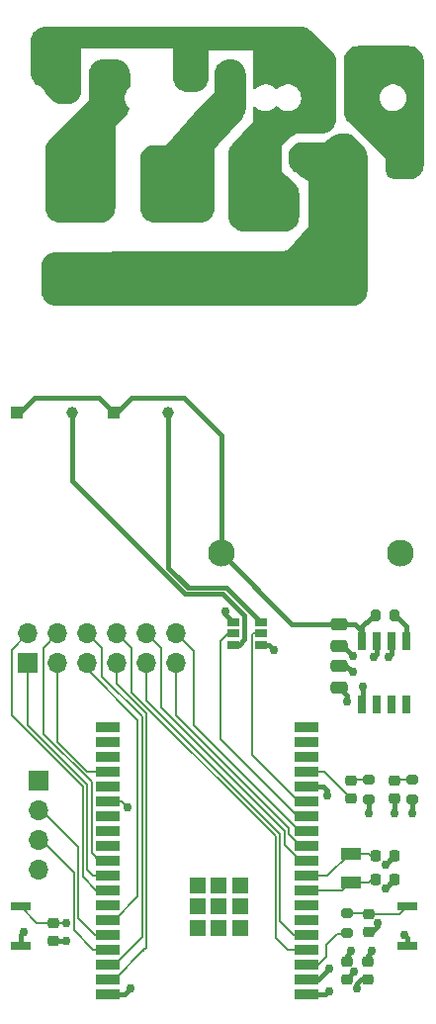
<source format=gbr>
%TF.GenerationSoftware,KiCad,Pcbnew,(5.99.0-10457-g21fde9b629)*%
%TF.CreationDate,2021-05-02T13:24:44-05:00*%
%TF.ProjectId,reptile-monitor,72657074-696c-4652-9d6d-6f6e69746f72,1*%
%TF.SameCoordinates,Original*%
%TF.FileFunction,Copper,L1,Top*%
%TF.FilePolarity,Positive*%
%FSLAX46Y46*%
G04 Gerber Fmt 4.6, Leading zero omitted, Abs format (unit mm)*
G04 Created by KiCad (PCBNEW (5.99.0-10457-g21fde9b629)) date 2021-05-02 13:24:44*
%MOMM*%
%LPD*%
G01*
G04 APERTURE LIST*
G04 Aperture macros list*
%AMRoundRect*
0 Rectangle with rounded corners*
0 $1 Rounding radius*
0 $2 $3 $4 $5 $6 $7 $8 $9 X,Y pos of 4 corners*
0 Add a 4 corners polygon primitive as box body*
4,1,4,$2,$3,$4,$5,$6,$7,$8,$9,$2,$3,0*
0 Add four circle primitives for the rounded corners*
1,1,$1+$1,$2,$3*
1,1,$1+$1,$4,$5*
1,1,$1+$1,$6,$7*
1,1,$1+$1,$8,$9*
0 Add four rect primitives between the rounded corners*
20,1,$1+$1,$2,$3,$4,$5,0*
20,1,$1+$1,$4,$5,$6,$7,0*
20,1,$1+$1,$6,$7,$8,$9,0*
20,1,$1+$1,$8,$9,$2,$3,0*%
G04 Aperture macros list end*
%TA.AperFunction,SMDPad,CuDef*%
%ADD10RoundRect,0.218750X0.256250X-0.218750X0.256250X0.218750X-0.256250X0.218750X-0.256250X-0.218750X0*%
%TD*%
%TA.AperFunction,SMDPad,CuDef*%
%ADD11R,2.000000X0.900000*%
%TD*%
%TA.AperFunction,SMDPad,CuDef*%
%ADD12R,1.330000X1.330000*%
%TD*%
%TA.AperFunction,ComponentPad*%
%ADD13R,1.570000X1.570000*%
%TD*%
%TA.AperFunction,ComponentPad*%
%ADD14C,1.570000*%
%TD*%
%TA.AperFunction,SMDPad,CuDef*%
%ADD15RoundRect,0.250000X-0.475000X0.250000X-0.475000X-0.250000X0.475000X-0.250000X0.475000X0.250000X0*%
%TD*%
%TA.AperFunction,ComponentPad*%
%ADD16R,2.000000X2.300000*%
%TD*%
%TA.AperFunction,ComponentPad*%
%ADD17C,2.300000*%
%TD*%
%TA.AperFunction,ComponentPad*%
%ADD18R,1.700000X1.700000*%
%TD*%
%TA.AperFunction,ComponentPad*%
%ADD19O,1.700000X1.700000*%
%TD*%
%TA.AperFunction,SMDPad,CuDef*%
%ADD20RoundRect,0.225000X-0.225000X-0.250000X0.225000X-0.250000X0.225000X0.250000X-0.225000X0.250000X0*%
%TD*%
%TA.AperFunction,SMDPad,CuDef*%
%ADD21RoundRect,0.225000X-0.250000X0.225000X-0.250000X-0.225000X0.250000X-0.225000X0.250000X0.225000X0*%
%TD*%
%TA.AperFunction,SMDPad,CuDef*%
%ADD22R,1.700000X0.800000*%
%TD*%
%TA.AperFunction,SMDPad,CuDef*%
%ADD23RoundRect,0.200000X-0.275000X0.200000X-0.275000X-0.200000X0.275000X-0.200000X0.275000X0.200000X0*%
%TD*%
%TA.AperFunction,SMDPad,CuDef*%
%ADD24RoundRect,0.200000X0.275000X-0.200000X0.275000X0.200000X-0.275000X0.200000X-0.275000X-0.200000X0*%
%TD*%
%TA.AperFunction,SMDPad,CuDef*%
%ADD25RoundRect,0.200000X0.200000X0.275000X-0.200000X0.275000X-0.200000X-0.275000X0.200000X-0.275000X0*%
%TD*%
%TA.AperFunction,ComponentPad*%
%ADD26R,1.000000X1.000000*%
%TD*%
%TA.AperFunction,ComponentPad*%
%ADD27C,2.167346*%
%TD*%
%TA.AperFunction,ComponentPad*%
%ADD28C,1.000000*%
%TD*%
%TA.AperFunction,ComponentPad*%
%ADD29R,1.575000X1.575000*%
%TD*%
%TA.AperFunction,ComponentPad*%
%ADD30C,1.575000*%
%TD*%
%TA.AperFunction,SMDPad,CuDef*%
%ADD31R,1.000000X0.700000*%
%TD*%
%TA.AperFunction,ComponentPad*%
%ADD32C,1.600000*%
%TD*%
%TA.AperFunction,SMDPad,CuDef*%
%ADD33R,1.800000X1.000000*%
%TD*%
%TA.AperFunction,SMDPad,CuDef*%
%ADD34R,0.650000X1.500000*%
%TD*%
%TA.AperFunction,ViaPad*%
%ADD35C,0.762000*%
%TD*%
%TA.AperFunction,Conductor*%
%ADD36C,0.381000*%
%TD*%
%TA.AperFunction,Conductor*%
%ADD37C,0.152400*%
%TD*%
G04 APERTURE END LIST*
D10*
%TO.P,D1,1,K*%
%TO.N,/IO13*%
X162179000Y-101371500D03*
%TO.P,D1,2,A*%
%TO.N,Net-(D1-Pad2)*%
X162179000Y-99796500D03*
%TD*%
%TO.P,D2,1,K*%
%TO.N,GND*%
X165862000Y-101371500D03*
%TO.P,D2,2,A*%
%TO.N,Net-(D2-Pad2)*%
X165862000Y-99796500D03*
%TD*%
D11*
%TO.P,IC1,1,GND_1*%
%TO.N,GND*%
X158363988Y-118115000D03*
%TO.P,IC1,2,3V3*%
%TO.N,+3V3*%
X158363988Y-116845000D03*
%TO.P,IC1,3,EN*%
%TO.N,/EN*%
X158363988Y-115575000D03*
%TO.P,IC1,4,SENSOR_VP*%
%TO.N,/IO36*%
X158363988Y-114305000D03*
%TO.P,IC1,5,SENSOR_VN*%
%TO.N,/IO39*%
X158363988Y-113035000D03*
%TO.P,IC1,6,IO34*%
%TO.N,unconnected-(IC1-Pad6)*%
X158363988Y-111765000D03*
%TO.P,IC1,7,IO35*%
%TO.N,unconnected-(IC1-Pad7)*%
X158363988Y-110495000D03*
%TO.P,IC1,8,IO32*%
%TO.N,Net-(CL1-Pad1)*%
X158363988Y-109225000D03*
%TO.P,IC1,9,IO33*%
%TO.N,Net-(CL2-Pad1)*%
X158363988Y-107955000D03*
%TO.P,IC1,10,IO25*%
%TO.N,/IO25*%
X158363988Y-106685000D03*
%TO.P,IC1,11,IO26*%
%TO.N,/IO26*%
X158363988Y-105415000D03*
%TO.P,IC1,12,IO27*%
%TO.N,/IO27*%
X158363988Y-104145000D03*
%TO.P,IC1,13,IO14*%
%TO.N,/IO14*%
X158363988Y-102875000D03*
%TO.P,IC1,14,IO12*%
%TO.N,/IO12*%
X158363988Y-101605000D03*
%TO.P,IC1,15,GND_2*%
%TO.N,GND*%
X158363988Y-100335000D03*
%TO.P,IC1,16,IO13*%
%TO.N,/IO13*%
X158363988Y-99065000D03*
%TO.P,IC1,17,NC_1*%
%TO.N,unconnected-(IC1-Pad17)*%
X158363988Y-97795000D03*
%TO.P,IC1,18,NC_2*%
%TO.N,unconnected-(IC1-Pad18)*%
X158363988Y-96525000D03*
%TO.P,IC1,19,NC_3*%
%TO.N,unconnected-(IC1-Pad19)*%
X158363988Y-95255000D03*
%TO.P,IC1,20,NC_4*%
%TO.N,unconnected-(IC1-Pad20)*%
X141363988Y-95255000D03*
%TO.P,IC1,21,NC_5*%
%TO.N,unconnected-(IC1-Pad21)*%
X141363988Y-96525000D03*
%TO.P,IC1,22,NC_6*%
%TO.N,unconnected-(IC1-Pad22)*%
X141363988Y-97795000D03*
%TO.P,IC1,23,IO15*%
%TO.N,/IO15*%
X141363988Y-99065000D03*
%TO.P,IC1,24,IO2*%
%TO.N,/IO2*%
X141363988Y-100335000D03*
%TO.P,IC1,25,IO0*%
%TO.N,/IO0*%
X141363988Y-101605000D03*
%TO.P,IC1,26,IO4*%
%TO.N,unconnected-(IC1-Pad26)*%
X141363988Y-102875000D03*
%TO.P,IC1,27,IO16*%
%TO.N,unconnected-(IC1-Pad27)*%
X141363988Y-104145000D03*
%TO.P,IC1,28,IO17*%
%TO.N,unconnected-(IC1-Pad28)*%
X141363988Y-105415000D03*
%TO.P,IC1,29,IO5*%
%TO.N,/IO5*%
X141363988Y-106685000D03*
%TO.P,IC1,30,IO18*%
%TO.N,/IO18*%
X141363988Y-107955000D03*
%TO.P,IC1,31,IO19*%
%TO.N,/IO19*%
X141363988Y-109225000D03*
%TO.P,IC1,32,NC_7*%
%TO.N,unconnected-(IC1-Pad32)*%
X141363988Y-110495000D03*
%TO.P,IC1,33,IO21*%
%TO.N,/IO21*%
X141363988Y-111765000D03*
%TO.P,IC1,34,RXD0*%
%TO.N,/RXD0*%
X141363988Y-113035000D03*
%TO.P,IC1,35,TXD0*%
%TO.N,/TXD0*%
X141363988Y-114305000D03*
%TO.P,IC1,36,IO22*%
%TO.N,/IO22*%
X141363988Y-115575000D03*
%TO.P,IC1,37,IO23*%
%TO.N,/IO23*%
X141363988Y-116845000D03*
%TO.P,IC1,38,GND_3*%
%TO.N,GND*%
X141363988Y-118115000D03*
D12*
%TO.P,IC1,39,GND_4*%
X150863988Y-110615000D03*
%TO.P,IC1,40,GND_5*%
X152698988Y-112450000D03*
%TO.P,IC1,41,GND_6*%
X152698988Y-110615000D03*
%TO.P,IC1,42,GND_7*%
X152698988Y-108780000D03*
%TO.P,IC1,43,GND_8*%
X150863988Y-108780000D03*
%TO.P,IC1,44,GND_9*%
X149028988Y-108780000D03*
%TO.P,IC1,45,GND_10*%
X149028988Y-110615000D03*
%TO.P,IC1,46,GND_11*%
X149028988Y-112450000D03*
%TO.P,IC1,47,GND_12*%
X150863988Y-112450000D03*
%TD*%
D13*
%TO.P,J7,1,1*%
%TO.N,/LOAD1*%
X151868000Y-39430999D03*
D14*
%TO.P,J7,2,2*%
%TO.N,/AC_N*%
X148868000Y-39430999D03*
%TD*%
D15*
%TO.P,C1,1*%
%TO.N,+5V*%
X161163000Y-86426000D03*
%TO.P,C1,2*%
%TO.N,GND*%
X161163000Y-88326000D03*
%TD*%
D16*
%TO.P,PS1,1,AC/L*%
%TO.N,/FUSED_AC_L*%
X161250000Y-50969500D03*
D17*
%TO.P,PS1,2,AC/N*%
%TO.N,/AC_N*%
X156250000Y-50969500D03*
%TO.P,PS1,3,-Vout*%
%TO.N,GND*%
X166450000Y-80369500D03*
%TO.P,PS1,4,+Vout*%
%TO.N,+5V*%
X151050000Y-80369500D03*
%TD*%
D18*
%TO.P,J1,1,Pin_1*%
%TO.N,+3V3*%
X135382000Y-99832000D03*
D19*
%TO.P,J1,2,Pin_2*%
%TO.N,/RXD0*%
X135382000Y-102372000D03*
%TO.P,J1,3,Pin_3*%
%TO.N,/TXD0*%
X135382000Y-104912000D03*
%TO.P,J1,4,Pin_4*%
%TO.N,GND*%
X135382000Y-107452000D03*
%TD*%
D20*
%TO.P,CL1,1*%
%TO.N,Net-(CL1-Pad1)*%
X164325000Y-108331000D03*
%TO.P,CL1,2*%
%TO.N,GND*%
X165875000Y-108331000D03*
%TD*%
D21*
%TO.P,C8,1*%
%TO.N,+3V3*%
X161798000Y-115303000D03*
%TO.P,C8,2*%
%TO.N,GND*%
X161798000Y-116853000D03*
%TD*%
D22*
%TO.P,SW2,1,1*%
%TO.N,/IO0*%
X133858000Y-110568000D03*
%TO.P,SW2,2,2*%
%TO.N,GND*%
X133858000Y-113968000D03*
%TD*%
D21*
%TO.P,C10,1*%
%TO.N,/IO0*%
X136652000Y-112001000D03*
%TO.P,C10,2*%
%TO.N,GND*%
X136652000Y-113551000D03*
%TD*%
D23*
%TO.P,R8,1*%
%TO.N,Net-(D1-Pad2)*%
X163703000Y-99759000D03*
%TO.P,R8,2*%
%TO.N,GND*%
X163703000Y-101409000D03*
%TD*%
D22*
%TO.P,SW1,1,1*%
%TO.N,Net-(C9-Pad1)*%
X167005000Y-110568000D03*
%TO.P,SW1,2,2*%
%TO.N,GND*%
X167005000Y-113968000D03*
%TD*%
D24*
%TO.P,R1,1*%
%TO.N,/EN*%
X161798000Y-112839000D03*
%TO.P,R1,2*%
%TO.N,Net-(C9-Pad1)*%
X161798000Y-111189000D03*
%TD*%
D25*
%TO.P,R12,1*%
%TO.N,/PWR_EN*%
X165925000Y-85725000D03*
%TO.P,R12,2*%
%TO.N,+5V*%
X164275000Y-85725000D03*
%TD*%
D26*
%TO.P,K1,1,1*%
%TO.N,+5V*%
X141845000Y-68304999D03*
D27*
%TO.P,K1,2,NO*%
%TO.N,/LOAD1*%
X146545001Y-49804998D03*
%TO.P,K1,3,COM*%
%TO.N,/FUSED_AC_L*%
X146545001Y-56804999D03*
D28*
%TO.P,K1,4,4*%
%TO.N,/RLY1*%
X146545001Y-68304999D03*
%TD*%
D15*
%TO.P,C2,1*%
%TO.N,GND*%
X161163000Y-89982000D03*
%TO.P,C2,2*%
%TO.N,+3V3*%
X161163000Y-91882000D03*
%TD*%
D29*
%TO.P,F1,1*%
%TO.N,/AC_L*%
X167005000Y-45847000D03*
D30*
%TO.P,F1,2*%
%TO.N,/FUSED_AC_L*%
X161925000Y-45847000D03*
%TD*%
D21*
%TO.P,C7,1*%
%TO.N,+3V3*%
X163576000Y-115303000D03*
%TO.P,C7,2*%
%TO.N,GND*%
X163576000Y-116853000D03*
%TD*%
D31*
%TO.P,U1,1,1_Source*%
%TO.N,GND*%
X152070509Y-86299000D03*
%TO.P,U1,2,1_Gate*%
%TO.N,/IO14*%
X152070509Y-87249000D03*
%TO.P,U1,3,2_Drain*%
%TO.N,/RLY2*%
X152070509Y-88199000D03*
%TO.P,U1,4,2_Source*%
%TO.N,GND*%
X154470509Y-88199000D03*
%TO.P,U1,5,2_Gate*%
%TO.N,/IO12*%
X154470509Y-87249000D03*
%TO.P,U1,6,1_Drain*%
%TO.N,/RLY1*%
X154470509Y-86299000D03*
%TD*%
D32*
%TO.P,RV1,1*%
%TO.N,/AC_N*%
X153456000Y-45451000D03*
%TO.P,RV1,2*%
%TO.N,/FUSED_AC_L*%
X158456000Y-46751000D03*
%TD*%
D21*
%TO.P,C9,1*%
%TO.N,Net-(C9-Pad1)*%
X163703000Y-111239000D03*
%TO.P,C9,2*%
%TO.N,GND*%
X163703000Y-112789000D03*
%TD*%
D18*
%TO.P,J3,1,Pin_1*%
%TO.N,/IO18*%
X134493000Y-89789000D03*
D19*
%TO.P,J3,2,Pin_2*%
%TO.N,/IO19*%
X134493000Y-87249000D03*
%TO.P,J3,3,Pin_3*%
%TO.N,/IO15*%
X137033000Y-89789000D03*
%TO.P,J3,4,Pin_4*%
%TO.N,/IO5*%
X137033000Y-87249000D03*
%TO.P,J3,5,Pin_5*%
%TO.N,/IO21*%
X139573000Y-89789000D03*
%TO.P,J3,6,Pin_6*%
%TO.N,/IO22*%
X139573000Y-87249000D03*
%TO.P,J3,7,Pin_7*%
%TO.N,/IO23*%
X142113000Y-89789000D03*
%TO.P,J3,8,Pin_8*%
%TO.N,/IO36*%
X142113000Y-87249000D03*
%TO.P,J3,9,Pin_9*%
%TO.N,/IO39*%
X144653000Y-89789000D03*
%TO.P,J3,10,Pin_10*%
%TO.N,/IO25*%
X144653000Y-87249000D03*
%TO.P,J3,11,Pin_11*%
%TO.N,/IO26*%
X147193000Y-89789000D03*
%TO.P,J3,12,Pin_12*%
%TO.N,/IO27*%
X147193000Y-87249000D03*
%TD*%
D33*
%TO.P,Y1,1,1*%
%TO.N,Net-(CL2-Pad1)*%
X162179000Y-106065000D03*
%TO.P,Y1,2,2*%
%TO.N,Net-(CL1-Pad1)*%
X162179000Y-108565000D03*
%TD*%
D26*
%TO.P,K2,1,1*%
%TO.N,+5V*%
X133570000Y-68304999D03*
D27*
%TO.P,K2,2,NO*%
%TO.N,/LOAD2*%
X138270001Y-49804998D03*
%TO.P,K2,3,COM*%
%TO.N,/FUSED_AC_L*%
X138270001Y-56804999D03*
D28*
%TO.P,K2,4,4*%
%TO.N,/RLY2*%
X138270001Y-68304999D03*
%TD*%
D13*
%TO.P,J8,1,1*%
%TO.N,/LOAD2*%
X140946000Y-39430999D03*
D14*
%TO.P,J8,2,2*%
%TO.N,/AC_N*%
X137946000Y-39430999D03*
%TD*%
D20*
%TO.P,CL2,1*%
%TO.N,Net-(CL2-Pad1)*%
X164325000Y-106299000D03*
%TO.P,CL2,2*%
%TO.N,GND*%
X165875000Y-106299000D03*
%TD*%
D13*
%TO.P,J2,1,1*%
%TO.N,/AC_L*%
X162766000Y-39430999D03*
D14*
%TO.P,J2,2,2*%
%TO.N,/AC_N*%
X159766000Y-39430999D03*
%TD*%
D34*
%TO.P,U3,1,VOUT*%
%TO.N,+3V3*%
X163119994Y-93315008D03*
%TO.P,U3,2,NC_1*%
%TO.N,unconnected-(U3-Pad2)*%
X164389994Y-93315008D03*
%TO.P,U3,3,NC_2*%
%TO.N,unconnected-(U3-Pad3)*%
X165659994Y-93315008D03*
%TO.P,U3,4,NC_3*%
%TO.N,unconnected-(U3-Pad4)*%
X166929994Y-93315008D03*
%TO.P,U3,5,EN*%
%TO.N,/PWR_EN*%
X166929994Y-87915008D03*
%TO.P,U3,6,GND_1*%
%TO.N,GND*%
X165659994Y-87915008D03*
%TO.P,U3,7,GND_2*%
X164389994Y-87915008D03*
%TO.P,U3,8,VIN*%
%TO.N,+5V*%
X163119994Y-87915008D03*
%TD*%
D24*
%TO.P,R13,1*%
%TO.N,+3V3*%
X167386000Y-101409000D03*
%TO.P,R13,2*%
%TO.N,Net-(D2-Pad2)*%
X167386000Y-99759000D03*
%TD*%
D35*
%TO.N,/AC_L*%
X163195000Y-43561000D03*
%TO.N,/AC_N*%
X154813000Y-49530000D03*
%TO.N,/LOAD1*%
X145415000Y-47498000D03*
X149225000Y-51308000D03*
X149225000Y-49530000D03*
X149225000Y-47498000D03*
X147320000Y-47498000D03*
X147320000Y-45593000D03*
X149225000Y-45593000D03*
X149225000Y-43815000D03*
X151130000Y-43815000D03*
X152527000Y-41656000D03*
X151130000Y-41656000D03*
%TO.N,/LOAD2*%
X140970000Y-49530000D03*
X140970000Y-47498000D03*
X139065000Y-47498000D03*
X137160000Y-47498000D03*
X137160000Y-45593000D03*
X139065000Y-45593000D03*
X140970000Y-45593000D03*
X140970000Y-41529000D03*
X140970000Y-43561000D03*
X139065000Y-43561000D03*
%TO.N,/AC_N*%
X136144000Y-40005000D03*
X136144000Y-38227000D03*
X138049000Y-36576000D03*
X139954000Y-36576000D03*
X141859000Y-36576000D03*
X143764000Y-36576000D03*
X145542000Y-36576000D03*
X148209000Y-37846000D03*
X147320000Y-36576000D03*
X149225000Y-36576000D03*
X151003000Y-36576000D03*
X152908000Y-36576000D03*
X154813000Y-37211000D03*
X154813000Y-38989000D03*
X158750000Y-37211000D03*
X153035000Y-51308000D03*
X154813000Y-47521000D03*
X154813000Y-43561000D03*
X156845000Y-43561000D03*
X158750000Y-43561000D03*
X158727000Y-41760000D03*
X156845000Y-38989000D03*
X156845000Y-37211000D03*
X153035000Y-49530000D03*
X153035000Y-47498000D03*
X136144000Y-36576000D03*
%TO.N,/AC_L*%
X164973000Y-45466000D03*
X164846000Y-38862000D03*
X166751000Y-38862000D03*
X166728000Y-43538000D03*
X164950000Y-43538000D03*
X163172000Y-41760000D03*
%TO.N,/FUSED_AC_L*%
X161394000Y-56873000D03*
X161394000Y-55095000D03*
X161394000Y-53317000D03*
X160505000Y-47983000D03*
X159616000Y-57762000D03*
X159616000Y-55984000D03*
X159616000Y-54206000D03*
X157838000Y-57762000D03*
X157838000Y-55984000D03*
X156060000Y-57762000D03*
X156060000Y-55984000D03*
X154282000Y-57762000D03*
X154282000Y-55984000D03*
X152504000Y-57762000D03*
X152504000Y-55984000D03*
X150726000Y-57762000D03*
X150726000Y-55984000D03*
X148948000Y-57762000D03*
X148948000Y-55984000D03*
X144503000Y-57762000D03*
X144503000Y-55984000D03*
X142725000Y-57762000D03*
X142725000Y-55984000D03*
X140947000Y-57762000D03*
X140947000Y-55984000D03*
%TO.N,GND*%
X152654000Y-110617000D03*
X143256000Y-117602000D03*
X155575000Y-88646000D03*
X152654000Y-108839000D03*
X150876000Y-108839000D03*
X165129401Y-107001227D03*
X163703000Y-102616000D03*
X164084000Y-89281000D03*
X162687000Y-117602000D03*
X162306000Y-89154000D03*
X149098000Y-112522000D03*
X151384000Y-85344000D03*
X152654000Y-112522000D03*
X162306000Y-90551000D03*
X160147000Y-101092000D03*
X149098000Y-110617000D03*
X137795000Y-113538000D03*
X134150000Y-112776000D03*
X162463944Y-116131745D03*
X150876000Y-110617000D03*
X164465000Y-112015569D03*
X165862000Y-102616000D03*
X165354000Y-89281000D03*
X166751000Y-113030000D03*
X150876000Y-112522000D03*
X160274000Y-117856000D03*
X165098973Y-109072724D03*
X149098000Y-108839000D03*
%TO.N,+3V3*%
X161798000Y-93091000D03*
X162179000Y-114427000D03*
X160274000Y-115951000D03*
X163957000Y-114427000D03*
X167386000Y-102616000D03*
X163195000Y-91821000D03*
%TO.N,/IO0*%
X143002000Y-102108000D03*
X137795000Y-112014000D03*
%TD*%
D36*
%TO.N,GND*%
X164465000Y-112281000D02*
X163957000Y-112789000D01*
X142762000Y-118096000D02*
X141246000Y-118096000D01*
X161163000Y-88326000D02*
X161478000Y-88326000D01*
X143256000Y-117602000D02*
X142762000Y-118096000D01*
X165129401Y-107001227D02*
X165831628Y-106299000D01*
X133858000Y-113068000D02*
X133858000Y-113968000D01*
X160015000Y-118115000D02*
X158363988Y-118115000D01*
X159114608Y-100335000D02*
X158363988Y-100335000D01*
X154470500Y-88199000D02*
X155128000Y-88199000D01*
X162687000Y-117602000D02*
X162687000Y-117221000D01*
X159766000Y-100330000D02*
X159761000Y-100335000D01*
X162463944Y-116131745D02*
X162463944Y-116187056D01*
X165831628Y-106299000D02*
X166050000Y-106299000D01*
X165354000Y-89281000D02*
X165660000Y-88975000D01*
X161163000Y-89982000D02*
X161737000Y-89982000D01*
X164390000Y-88975000D02*
X164390000Y-87915000D01*
X136665000Y-113538000D02*
X136652000Y-113551000D01*
X165862000Y-101371500D02*
X165862000Y-102616000D01*
X161478000Y-88326000D02*
X162306000Y-89154000D01*
X160147000Y-100711000D02*
X159766000Y-100330000D01*
X162687000Y-117221000D02*
X163055000Y-116853000D01*
X151384000Y-85612500D02*
X152070500Y-86299000D01*
X151384000Y-85344000D02*
X151384000Y-85612500D01*
X165840697Y-108331000D02*
X166050000Y-108331000D01*
X134150000Y-112776000D02*
X133858000Y-113068000D01*
X165660000Y-88975000D02*
X165660000Y-87915000D01*
X155128000Y-88199000D02*
X155575000Y-88646000D01*
X164084000Y-89281000D02*
X164390000Y-88975000D01*
X163703000Y-101409000D02*
X163703000Y-102616000D01*
X160274000Y-117856000D02*
X160015000Y-118115000D01*
X159761000Y-100335000D02*
X158363988Y-100335000D01*
X160147000Y-101092000D02*
X160147000Y-100711000D01*
X164465000Y-112015569D02*
X164465000Y-112281000D01*
X161737000Y-89982000D02*
X162306000Y-90551000D01*
X166751000Y-113030000D02*
X167005000Y-113284000D01*
X162463944Y-116187056D02*
X161798000Y-116853000D01*
X167005000Y-113284000D02*
X167005000Y-113968000D01*
X165098973Y-109072724D02*
X165840697Y-108331000D01*
X137795000Y-113538000D02*
X136665000Y-113538000D01*
D37*
%TO.N,/EN*%
X161798000Y-112926500D02*
X161012500Y-112926500D01*
X160020000Y-113919000D02*
X160020000Y-114935000D01*
X161012500Y-112926500D02*
X160020000Y-113919000D01*
X160020000Y-114935000D02*
X159380000Y-115575000D01*
X159380000Y-115575000D02*
X158363988Y-115575000D01*
%TO.N,Net-(CL1-Pad1)*%
X162052000Y-108585000D02*
X163730000Y-108585000D01*
X161412000Y-109225000D02*
X162052000Y-108585000D01*
X158363988Y-109225000D02*
X161412000Y-109225000D01*
X163730000Y-108585000D02*
X164071000Y-108244000D01*
X162393000Y-108244000D02*
X162052000Y-108585000D01*
D36*
%TO.N,+3V3*%
X163576000Y-114808000D02*
X163576000Y-115303000D01*
X162179000Y-114427000D02*
X161798000Y-114808000D01*
X160274000Y-115951000D02*
X159380000Y-116845000D01*
X161798000Y-114808000D02*
X161798000Y-115303000D01*
X161798000Y-92517000D02*
X161163000Y-91882000D01*
X167386000Y-101409000D02*
X167386000Y-102616000D01*
X161798000Y-93091000D02*
X161798000Y-92517000D01*
X159380000Y-116845000D02*
X158363988Y-116845000D01*
X163195000Y-91821000D02*
X163195000Y-93240002D01*
X163957000Y-114427000D02*
X163576000Y-114808000D01*
X163195000Y-93240002D02*
X163119994Y-93315008D01*
D37*
%TO.N,/IO0*%
X143002000Y-102108000D02*
X142499000Y-101605000D01*
X136652000Y-112001000D02*
X135291000Y-112001000D01*
X137795000Y-112014000D02*
X136665000Y-112014000D01*
X142499000Y-101605000D02*
X141364000Y-101605000D01*
X135291000Y-112001000D02*
X133858000Y-110568000D01*
X136665000Y-112014000D02*
X136652000Y-112001000D01*
D36*
%TO.N,+5V*%
X151050000Y-70278000D02*
X147828000Y-67056000D01*
X163119994Y-87915008D02*
X163119994Y-87070006D01*
X141845000Y-68312000D02*
X140589000Y-67056000D01*
X163119994Y-86623006D02*
X163830000Y-85913000D01*
X163119994Y-87070006D02*
X163119994Y-86623006D01*
X162475988Y-86426000D02*
X163119994Y-87070006D01*
X143347999Y-67056000D02*
X141845000Y-68558999D01*
X157106500Y-86426000D02*
X151050000Y-80369500D01*
X141845000Y-68558999D02*
X141845000Y-68312000D01*
X161163000Y-86426000D02*
X157106500Y-86426000D01*
X161163000Y-86426000D02*
X162475988Y-86426000D01*
X147828000Y-67056000D02*
X143347999Y-67056000D01*
X140589000Y-67056000D02*
X135072999Y-67056000D01*
X135072999Y-67056000D02*
X133570000Y-68558999D01*
X151050000Y-80369500D02*
X151050000Y-70278000D01*
D37*
%TO.N,Net-(D1-Pad2)*%
X162216500Y-99759000D02*
X162179000Y-99796500D01*
X163703000Y-99759000D02*
X162216500Y-99759000D01*
%TO.N,/TXD0*%
X141364000Y-114305000D02*
X140086000Y-114305000D01*
X140086000Y-114305000D02*
X138430000Y-112649000D01*
X138430000Y-112649000D02*
X138430000Y-107696000D01*
X138430000Y-107696000D02*
X135382000Y-104648000D01*
%TO.N,/RXD0*%
X140213000Y-113035000D02*
X138811000Y-111633000D01*
X138811000Y-111633000D02*
X138811000Y-105537000D01*
X138811000Y-105537000D02*
X135382000Y-102108000D01*
X141364000Y-113035000D02*
X140213000Y-113035000D01*
%TO.N,/IO12*%
X154470500Y-87249000D02*
X153797000Y-87249000D01*
X157693495Y-101605000D02*
X158364000Y-101605000D01*
X153670000Y-97581505D02*
X157693495Y-101605000D01*
X153670000Y-87376000D02*
X153670000Y-97581505D01*
X153797000Y-87249000D02*
X153670000Y-87376000D01*
%TO.N,Net-(CL2-Pad1)*%
X160182000Y-107955000D02*
X162052000Y-106085000D01*
X162052000Y-106085000D02*
X163690000Y-106085000D01*
X163690000Y-106085000D02*
X164071000Y-106466000D01*
X158363988Y-107955000D02*
X160182000Y-107955000D01*
%TO.N,/IO13*%
X159872500Y-99065000D02*
X162179000Y-101371500D01*
X158363988Y-99065000D02*
X159872500Y-99065000D01*
%TO.N,/IO39*%
X157231000Y-113035000D02*
X158364000Y-113035000D01*
X156083000Y-104394000D02*
X156083000Y-111887000D01*
X144653000Y-92964000D02*
X156083000Y-104394000D01*
X144653000Y-89789000D02*
X144653000Y-92964000D01*
X156083000Y-111887000D02*
X157231000Y-113035000D01*
%TO.N,/IO14*%
X151003000Y-96266000D02*
X151003000Y-87884000D01*
X157612000Y-102875000D02*
X151003000Y-96266000D01*
X158363988Y-102875000D02*
X157612000Y-102875000D01*
X151638000Y-87249000D02*
X152070500Y-87249000D01*
X151003000Y-87884000D02*
X151638000Y-87249000D01*
X157814000Y-102875000D02*
X158364000Y-102875000D01*
D36*
%TO.N,/RLY1*%
X146545001Y-81648001D02*
X148209000Y-83312000D01*
X151483500Y-83312000D02*
X154470500Y-86299000D01*
X148209000Y-83312000D02*
X151483500Y-83312000D01*
X146545001Y-68558999D02*
X146545001Y-81648001D01*
X146545001Y-81648001D02*
X148082000Y-83185000D01*
%TO.N,/RLY2*%
X147955000Y-83820000D02*
X138270001Y-74135001D01*
X151130000Y-83820000D02*
X147955000Y-83820000D01*
X153035000Y-87757000D02*
X153035000Y-85725000D01*
X152070500Y-88199000D02*
X152593000Y-88199000D01*
X138270001Y-74135001D02*
X138270001Y-68558999D01*
X153035000Y-85725000D02*
X151130000Y-83820000D01*
X152593000Y-88199000D02*
X153035000Y-87757000D01*
D37*
%TO.N,Net-(D2-Pad2)*%
X165899500Y-99759000D02*
X165862000Y-99796500D01*
X167386000Y-99759000D02*
X165899500Y-99759000D01*
%TO.N,/IO23*%
X141914000Y-116845000D02*
X141364000Y-116845000D01*
X144653000Y-94107000D02*
X144653000Y-114106000D01*
X142113000Y-89789000D02*
X142113000Y-91440000D01*
X142113000Y-91440000D02*
X142113000Y-91567000D01*
X142113000Y-91567000D02*
X144653000Y-94107000D01*
X144653000Y-114106000D02*
X144422951Y-114336049D01*
X144422951Y-114336049D02*
X144365500Y-114393500D01*
X144422951Y-114336049D02*
X141914000Y-116845000D01*
%TO.N,/IO22*%
X144272000Y-113217000D02*
X141914000Y-115575000D01*
X139573000Y-87249000D02*
X140843000Y-88519000D01*
X141914000Y-115575000D02*
X141364000Y-115575000D01*
X140843000Y-88519000D02*
X140843000Y-90932000D01*
X140843000Y-90932000D02*
X144272000Y-94361000D01*
X144272000Y-94361000D02*
X144272000Y-113217000D01*
%TO.N,/IO21*%
X139573000Y-90297000D02*
X143915911Y-94639911D01*
X143915911Y-109763089D02*
X141914000Y-111765000D01*
X141914000Y-111765000D02*
X141364000Y-111765000D01*
X143915911Y-94639911D02*
X143915911Y-109763089D01*
X139573000Y-89789000D02*
X139573000Y-90297000D01*
%TO.N,Net-(C9-Pad1)*%
X162306000Y-111189008D02*
X163906987Y-111189008D01*
X163907000Y-111189000D02*
X163957000Y-111239000D01*
X163957000Y-111239000D02*
X166334000Y-111239000D01*
X166334000Y-111239000D02*
X167005000Y-110568000D01*
%TO.N,/IO19*%
X139192000Y-108077000D02*
X140340000Y-109225000D01*
X139192000Y-100330000D02*
X139192000Y-108077000D01*
X133096000Y-94234000D02*
X139192000Y-100330000D01*
X134493000Y-87249000D02*
X133096000Y-88646000D01*
X133096000Y-88646000D02*
X133096000Y-94234000D01*
X140340000Y-109225000D02*
X141364000Y-109225000D01*
%TO.N,/IO18*%
X134493000Y-95123000D02*
X139573000Y-100203000D01*
X134493000Y-89789000D02*
X134493000Y-95123000D01*
X140086000Y-107955000D02*
X141364000Y-107955000D01*
X139573000Y-107442000D02*
X140086000Y-107955000D01*
X139573000Y-100203000D02*
X139573000Y-107442000D01*
%TO.N,/IO5*%
X139954000Y-99949000D02*
X135839952Y-95834952D01*
X135839952Y-95834952D02*
X135839952Y-88442048D01*
X139954000Y-106045000D02*
X139954000Y-99949000D01*
X140594000Y-106685000D02*
X139954000Y-106045000D01*
X135839952Y-88442048D02*
X137033000Y-87249000D01*
%TO.N,/IO15*%
X137033000Y-89789000D02*
X137033000Y-96520000D01*
X139578000Y-99065000D02*
X141364000Y-99065000D01*
X137033000Y-96520000D02*
X139578000Y-99065000D01*
%TO.N,/IO27*%
X148717000Y-88773000D02*
X148717000Y-95123000D01*
X148717000Y-95123000D02*
X157739000Y-104145000D01*
X147193000Y-87249000D02*
X148717000Y-88773000D01*
X157739000Y-104145000D02*
X158364000Y-104145000D01*
%TO.N,/IO26*%
X147193000Y-89789000D02*
X147193000Y-94234000D01*
X147193000Y-94234000D02*
X156845000Y-103886000D01*
X156845000Y-104418020D02*
X157841980Y-105415000D01*
X157841980Y-105415000D02*
X158364000Y-105415000D01*
X156845000Y-103886000D02*
X156845000Y-104418020D01*
%TO.N,/IO25*%
X145923000Y-88519000D02*
X145923000Y-93599000D01*
X145923000Y-93599000D02*
X156464000Y-104140000D01*
X144653000Y-87249000D02*
X145923000Y-88519000D01*
X156464000Y-105307020D02*
X157841980Y-106685000D01*
X157841980Y-106685000D02*
X158364000Y-106685000D01*
X156464000Y-104140000D02*
X156464000Y-105307020D01*
%TO.N,/IO36*%
X155702000Y-104584500D02*
X155702000Y-113284000D01*
X143383000Y-92265500D02*
X155702000Y-104584500D01*
X143383000Y-88519000D02*
X143383000Y-92265500D01*
X142113000Y-87249000D02*
X143383000Y-88519000D01*
X156723000Y-114305000D02*
X158364000Y-114305000D01*
X155702000Y-113284000D02*
X156723000Y-114305000D01*
D36*
%TO.N,/PWR_EN*%
X166012500Y-85725000D02*
X166929994Y-86642494D01*
X166929994Y-86642494D02*
X166929994Y-87915008D01*
%TD*%
%TA.AperFunction,Conductor*%
%TO.N,/AC_L*%
G36*
X167137474Y-36957479D02*
G01*
X167185516Y-36961682D01*
X167341555Y-36975334D01*
X167363178Y-36979146D01*
X167513625Y-37019458D01*
X167555718Y-37030737D01*
X167576358Y-37038249D01*
X167757015Y-37122492D01*
X167776026Y-37133468D01*
X167917489Y-37232522D01*
X167939314Y-37247804D01*
X167956138Y-37261922D01*
X168097078Y-37402862D01*
X168111196Y-37419686D01*
X168225532Y-37582974D01*
X168236508Y-37601985D01*
X168310102Y-37759807D01*
X168320751Y-37782643D01*
X168328263Y-37803282D01*
X168379853Y-37995818D01*
X168383667Y-38017448D01*
X168401521Y-38221526D01*
X168402000Y-38232507D01*
X168402000Y-47111493D01*
X168401521Y-47122474D01*
X168383667Y-47326552D01*
X168379853Y-47348182D01*
X168328263Y-47540718D01*
X168320751Y-47561357D01*
X168236508Y-47742015D01*
X168225532Y-47761026D01*
X168149002Y-47870322D01*
X168111196Y-47924314D01*
X168097078Y-47941138D01*
X167956138Y-48082078D01*
X167939314Y-48096196D01*
X167776026Y-48210532D01*
X167757015Y-48221508D01*
X167607116Y-48291408D01*
X167576357Y-48305751D01*
X167555717Y-48313263D01*
X167363178Y-48364854D01*
X167341555Y-48368666D01*
X167185516Y-48382318D01*
X167137474Y-48386521D01*
X167126493Y-48387000D01*
X165996078Y-48387000D01*
X165981972Y-48386208D01*
X165935438Y-48380965D01*
X165805284Y-48366300D01*
X165777777Y-48360021D01*
X165616678Y-48303650D01*
X165591257Y-48291408D01*
X165446737Y-48200600D01*
X165424678Y-48183008D01*
X165303992Y-48062322D01*
X165286400Y-48040263D01*
X165195592Y-47895743D01*
X165183350Y-47870322D01*
X165126979Y-47709223D01*
X165120700Y-47681716D01*
X165100792Y-47505030D01*
X165100000Y-47490922D01*
X165100000Y-46609000D01*
X161920351Y-43429351D01*
X161912056Y-43420200D01*
X161765903Y-43242111D01*
X161752185Y-43221581D01*
X161646524Y-43023904D01*
X161637071Y-43001084D01*
X161572004Y-42786585D01*
X161567186Y-42762359D01*
X161544607Y-42533112D01*
X161544000Y-42520762D01*
X161544000Y-41360935D01*
X164617894Y-41360935D01*
X164631640Y-41570664D01*
X164683376Y-41774376D01*
X164771370Y-41965249D01*
X164892674Y-42136890D01*
X165043226Y-42283551D01*
X165048022Y-42286756D01*
X165048025Y-42286758D01*
X165118454Y-42333817D01*
X165217983Y-42400320D01*
X165223286Y-42402598D01*
X165223289Y-42402600D01*
X165304256Y-42437386D01*
X165411094Y-42483287D01*
X165486692Y-42500393D01*
X165610454Y-42528398D01*
X165610460Y-42528399D01*
X165616091Y-42529673D01*
X165621862Y-42529900D01*
X165621864Y-42529900D01*
X165684342Y-42532355D01*
X165826108Y-42537925D01*
X165944480Y-42520762D01*
X166028398Y-42508595D01*
X166028403Y-42508594D01*
X166034112Y-42507766D01*
X166039576Y-42505911D01*
X166039581Y-42505910D01*
X166227669Y-42442062D01*
X166233137Y-42440206D01*
X166416518Y-42337508D01*
X166578112Y-42203111D01*
X166712509Y-42041517D01*
X166815207Y-41858136D01*
X166882767Y-41659111D01*
X166883595Y-41653402D01*
X166883596Y-41653397D01*
X166912393Y-41454781D01*
X166912926Y-41451107D01*
X166914500Y-41390999D01*
X166895268Y-41181701D01*
X166838217Y-40979413D01*
X166745257Y-40790909D01*
X166619502Y-40622502D01*
X166465163Y-40479833D01*
X166287408Y-40367678D01*
X166092192Y-40289795D01*
X166086532Y-40288669D01*
X166086528Y-40288668D01*
X165891719Y-40249918D01*
X165891714Y-40249918D01*
X165886051Y-40248791D01*
X165880276Y-40248715D01*
X165880272Y-40248715D01*
X165774597Y-40247332D01*
X165675890Y-40246039D01*
X165670193Y-40247018D01*
X165670192Y-40247018D01*
X165474443Y-40280654D01*
X165468746Y-40281633D01*
X165271558Y-40354380D01*
X165266597Y-40357332D01*
X165266596Y-40357332D01*
X165095897Y-40458887D01*
X165095894Y-40458889D01*
X165090929Y-40461843D01*
X165086589Y-40465649D01*
X165086585Y-40465652D01*
X164937249Y-40596617D01*
X164932908Y-40600424D01*
X164802787Y-40765481D01*
X164800098Y-40770592D01*
X164800096Y-40770595D01*
X164746494Y-40872476D01*
X164704924Y-40951487D01*
X164703210Y-40957008D01*
X164703208Y-40957012D01*
X164694525Y-40984977D01*
X164642597Y-41152212D01*
X164617894Y-41360935D01*
X161544000Y-41360935D01*
X161544000Y-38232507D01*
X161544479Y-38221526D01*
X161562333Y-38017448D01*
X161566147Y-37995818D01*
X161617737Y-37803282D01*
X161625249Y-37782643D01*
X161635898Y-37759807D01*
X161709492Y-37601985D01*
X161720468Y-37582974D01*
X161834804Y-37419686D01*
X161848922Y-37402862D01*
X161989862Y-37261922D01*
X162006686Y-37247804D01*
X162028511Y-37232522D01*
X162169974Y-37133468D01*
X162188985Y-37122492D01*
X162369642Y-37038249D01*
X162390282Y-37030737D01*
X162432375Y-37019458D01*
X162582822Y-36979146D01*
X162604445Y-36975334D01*
X162760484Y-36961682D01*
X162808526Y-36957479D01*
X162819507Y-36957000D01*
X167126493Y-36957000D01*
X167137474Y-36957479D01*
G37*
%TD.AperFunction*%
%TD*%
%TA.AperFunction,Conductor*%
%TO.N,/FUSED_AC_L*%
G36*
X161659112Y-44450607D02*
G01*
X161888361Y-44473186D01*
X161912582Y-44478003D01*
X162127088Y-44543072D01*
X162149901Y-44552523D01*
X162347584Y-44658187D01*
X162368111Y-44671903D01*
X162546200Y-44818056D01*
X162555351Y-44826351D01*
X163199649Y-45470649D01*
X163207944Y-45479800D01*
X163354097Y-45657889D01*
X163367813Y-45678416D01*
X163473476Y-45876096D01*
X163482928Y-45898912D01*
X163541879Y-46093250D01*
X163547996Y-46113415D01*
X163552814Y-46137641D01*
X163575393Y-46366888D01*
X163576000Y-46379238D01*
X163576000Y-57906493D01*
X163575521Y-57917474D01*
X163557667Y-58121552D01*
X163553853Y-58143182D01*
X163502263Y-58335718D01*
X163494751Y-58356357D01*
X163410508Y-58537015D01*
X163399532Y-58556026D01*
X163300478Y-58697489D01*
X163285196Y-58719314D01*
X163271078Y-58736138D01*
X163130138Y-58877078D01*
X163113314Y-58891196D01*
X162950026Y-59005532D01*
X162931015Y-59016508D01*
X162773193Y-59090102D01*
X162750357Y-59100751D01*
X162729717Y-59108263D01*
X162537178Y-59159854D01*
X162515555Y-59163666D01*
X162359516Y-59177318D01*
X162311474Y-59181521D01*
X162300493Y-59182000D01*
X136911507Y-59182000D01*
X136900526Y-59181521D01*
X136852484Y-59177318D01*
X136696445Y-59163666D01*
X136674822Y-59159854D01*
X136482283Y-59108263D01*
X136461643Y-59100751D01*
X136438807Y-59090102D01*
X136280985Y-59016508D01*
X136261974Y-59005532D01*
X136098686Y-58891196D01*
X136081862Y-58877078D01*
X135940922Y-58736138D01*
X135926804Y-58719314D01*
X135911522Y-58697489D01*
X135812468Y-58556026D01*
X135801492Y-58537015D01*
X135717249Y-58356357D01*
X135709737Y-58335718D01*
X135658147Y-58143182D01*
X135654333Y-58121552D01*
X135636479Y-57917474D01*
X135636000Y-57906493D01*
X135636000Y-55877850D01*
X135636476Y-55866910D01*
X135654194Y-55663614D01*
X135657979Y-55642065D01*
X135709178Y-55450218D01*
X135716633Y-55429648D01*
X135800252Y-55249540D01*
X135811154Y-55230571D01*
X135924662Y-55067653D01*
X135938680Y-55050855D01*
X136078667Y-54910021D01*
X136095382Y-54895900D01*
X136257620Y-54781409D01*
X136276522Y-54770394D01*
X136277709Y-54769834D01*
X136456126Y-54685690D01*
X136476636Y-54678117D01*
X136668178Y-54625761D01*
X136689704Y-54621846D01*
X136697432Y-54621126D01*
X136892900Y-54602904D01*
X136903805Y-54602363D01*
X146448664Y-54544863D01*
X155363536Y-54491160D01*
X156146331Y-54486444D01*
X156146333Y-54486444D01*
X156718000Y-54483000D01*
X158496000Y-52451000D01*
X158496000Y-48514000D01*
X157948900Y-48135238D01*
X157948897Y-48135236D01*
X157670500Y-47942500D01*
X157397113Y-47753232D01*
X157387462Y-47745838D01*
X157214517Y-47599555D01*
X157197572Y-47582156D01*
X157059730Y-47410183D01*
X157046438Y-47389857D01*
X156944155Y-47194643D01*
X156935009Y-47172145D01*
X156872075Y-46960923D01*
X156867416Y-46937087D01*
X156845587Y-46711642D01*
X156845000Y-46699499D01*
X156845000Y-46297687D01*
X156845607Y-46285337D01*
X156864526Y-46093250D01*
X156869343Y-46069029D01*
X156923572Y-45890260D01*
X156933021Y-45867450D01*
X157021078Y-45702708D01*
X157034801Y-45682171D01*
X157153306Y-45537772D01*
X157170772Y-45520306D01*
X157315171Y-45401801D01*
X157335708Y-45388078D01*
X157500450Y-45300021D01*
X157523260Y-45290572D01*
X157702029Y-45236343D01*
X157726250Y-45231526D01*
X157918337Y-45212607D01*
X157930687Y-45212000D01*
X159893000Y-45212000D01*
X160566286Y-44707036D01*
X160574610Y-44701300D01*
X160734330Y-44600481D01*
X160752265Y-44591084D01*
X160921379Y-44519147D01*
X160940587Y-44512745D01*
X161119037Y-44468827D01*
X161139021Y-44465583D01*
X161327284Y-44450407D01*
X161337408Y-44450000D01*
X161646762Y-44450000D01*
X161659112Y-44450607D01*
G37*
%TD.AperFunction*%
%TD*%
%TA.AperFunction,Conductor*%
%TO.N,/LOAD2*%
G36*
X141991474Y-38100479D02*
G01*
X142039516Y-38104682D01*
X142195555Y-38118334D01*
X142217178Y-38122146D01*
X142367625Y-38162458D01*
X142409718Y-38173737D01*
X142430358Y-38181249D01*
X142611015Y-38265492D01*
X142630026Y-38276468D01*
X142771489Y-38375522D01*
X142793314Y-38390804D01*
X142810138Y-38404922D01*
X142951078Y-38545862D01*
X142965196Y-38562686D01*
X143079532Y-38725974D01*
X143090508Y-38744985D01*
X143164102Y-38902807D01*
X143174751Y-38925643D01*
X143182263Y-38946282D01*
X143233853Y-39138818D01*
X143237667Y-39160448D01*
X143255521Y-39364526D01*
X143256000Y-39375507D01*
X143256000Y-40417845D01*
X143235998Y-40485966D01*
X143213078Y-40512577D01*
X143112908Y-40600424D01*
X142982787Y-40765481D01*
X142980098Y-40770592D01*
X142980096Y-40770595D01*
X142935310Y-40855720D01*
X142884924Y-40951487D01*
X142883210Y-40957008D01*
X142883208Y-40957012D01*
X142831082Y-41124887D01*
X142822597Y-41152212D01*
X142797894Y-41360935D01*
X142811640Y-41570664D01*
X142863376Y-41774376D01*
X142951370Y-41965249D01*
X143072674Y-42136890D01*
X143076808Y-42140917D01*
X143170843Y-42232522D01*
X143205680Y-42294383D01*
X143203495Y-42359352D01*
X143162928Y-42493083D01*
X143153476Y-42515903D01*
X143047815Y-42713581D01*
X143034097Y-42734111D01*
X142887944Y-42912200D01*
X142879649Y-42921351D01*
X141986000Y-43815000D01*
X141986000Y-50794493D01*
X141985521Y-50805474D01*
X141967667Y-51009552D01*
X141963853Y-51031182D01*
X141912263Y-51223718D01*
X141904751Y-51244357D01*
X141820508Y-51425015D01*
X141809532Y-51444026D01*
X141710478Y-51585489D01*
X141695196Y-51607314D01*
X141681078Y-51624138D01*
X141540138Y-51765078D01*
X141523314Y-51779196D01*
X141360026Y-51893532D01*
X141341015Y-51904508D01*
X141183193Y-51978102D01*
X141160357Y-51988751D01*
X141139717Y-51996263D01*
X140947178Y-52047854D01*
X140925555Y-52051666D01*
X140769516Y-52065318D01*
X140721474Y-52069521D01*
X140710493Y-52070000D01*
X137292507Y-52070000D01*
X137281526Y-52069521D01*
X137233484Y-52065318D01*
X137077445Y-52051666D01*
X137055822Y-52047854D01*
X136863283Y-51996263D01*
X136842643Y-51988751D01*
X136819807Y-51978102D01*
X136661985Y-51904508D01*
X136642974Y-51893532D01*
X136479686Y-51779196D01*
X136462862Y-51765078D01*
X136321922Y-51624138D01*
X136307804Y-51607314D01*
X136292522Y-51585489D01*
X136193468Y-51444026D01*
X136182492Y-51425015D01*
X136098249Y-51244357D01*
X136090737Y-51223718D01*
X136039147Y-51031182D01*
X136035333Y-51009552D01*
X136017479Y-50805474D01*
X136017000Y-50794493D01*
X136017000Y-45871238D01*
X136017607Y-45858888D01*
X136040186Y-45629641D01*
X136045004Y-45605415D01*
X136110071Y-45390916D01*
X136119524Y-45368096D01*
X136225185Y-45170419D01*
X136238903Y-45149889D01*
X136385056Y-44971800D01*
X136393351Y-44962649D01*
X139700000Y-41656000D01*
X139700000Y-39375507D01*
X139700479Y-39364526D01*
X139718333Y-39160448D01*
X139722147Y-39138818D01*
X139773737Y-38946282D01*
X139781249Y-38925643D01*
X139791898Y-38902807D01*
X139865492Y-38744985D01*
X139876468Y-38725974D01*
X139990804Y-38562686D01*
X140004922Y-38545862D01*
X140145862Y-38404922D01*
X140162686Y-38390804D01*
X140184511Y-38375522D01*
X140325974Y-38276468D01*
X140344985Y-38265492D01*
X140525642Y-38181249D01*
X140546282Y-38173737D01*
X140588375Y-38162458D01*
X140738822Y-38122146D01*
X140760445Y-38118334D01*
X140916484Y-38104682D01*
X140964526Y-38100479D01*
X140975507Y-38100000D01*
X141980493Y-38100000D01*
X141991474Y-38100479D01*
G37*
%TD.AperFunction*%
%TD*%
%TA.AperFunction,Conductor*%
%TO.N,/AC_N*%
G36*
X157867884Y-35306568D02*
G01*
X158089750Y-35327702D01*
X158113207Y-35332211D01*
X158321343Y-35393170D01*
X158343517Y-35402024D01*
X158500003Y-35482471D01*
X158536386Y-35501175D01*
X158556506Y-35514066D01*
X158731924Y-35651561D01*
X158740977Y-35659379D01*
X160510002Y-37339952D01*
X160517118Y-37347283D01*
X160644098Y-37489193D01*
X160656434Y-37505460D01*
X160756070Y-37661688D01*
X160765615Y-37679730D01*
X160838715Y-37850001D01*
X160845220Y-37869342D01*
X160889863Y-38049191D01*
X160893159Y-38069332D01*
X160908586Y-38259133D01*
X160909000Y-38269341D01*
X160909000Y-43174493D01*
X160908521Y-43185474D01*
X160890667Y-43389552D01*
X160886853Y-43411182D01*
X160835263Y-43603718D01*
X160827751Y-43624357D01*
X160743508Y-43805015D01*
X160732532Y-43824026D01*
X160633478Y-43965489D01*
X160618196Y-43987314D01*
X160604078Y-44004138D01*
X160463138Y-44145078D01*
X160446314Y-44159196D01*
X160283026Y-44273532D01*
X160264015Y-44284508D01*
X160106193Y-44358102D01*
X160083357Y-44368751D01*
X160062717Y-44376263D01*
X159870178Y-44427854D01*
X159848555Y-44431666D01*
X159692516Y-44445318D01*
X159644474Y-44449521D01*
X159633493Y-44450000D01*
X157480000Y-44450000D01*
X157132129Y-44728297D01*
X156686637Y-45084690D01*
X156686634Y-45084692D01*
X156210000Y-45466000D01*
X156210000Y-47752000D01*
X156669084Y-48134570D01*
X157272791Y-48637659D01*
X157280951Y-48645088D01*
X157426807Y-48790056D01*
X157441025Y-48806907D01*
X157556188Y-48970548D01*
X157567251Y-48989620D01*
X157652126Y-49170831D01*
X157659695Y-49191540D01*
X157711680Y-49384764D01*
X157715524Y-49406475D01*
X157733517Y-49611337D01*
X157734000Y-49622361D01*
X157734000Y-51556493D01*
X157733521Y-51567474D01*
X157715667Y-51771552D01*
X157711854Y-51793178D01*
X157671542Y-51943625D01*
X157660263Y-51985718D01*
X157652751Y-52006357D01*
X157568508Y-52187015D01*
X157557532Y-52206026D01*
X157478181Y-52319351D01*
X157443196Y-52369314D01*
X157429078Y-52386138D01*
X157288138Y-52527078D01*
X157271314Y-52541196D01*
X157108026Y-52655532D01*
X157089015Y-52666508D01*
X156953981Y-52729476D01*
X156908357Y-52750751D01*
X156887717Y-52758263D01*
X156695178Y-52809854D01*
X156673555Y-52813666D01*
X156517516Y-52827318D01*
X156469474Y-52831521D01*
X156458493Y-52832000D01*
X153059238Y-52832000D01*
X153046888Y-52831393D01*
X152817639Y-52808814D01*
X152793418Y-52803997D01*
X152578912Y-52738928D01*
X152556099Y-52729477D01*
X152358416Y-52623813D01*
X152337889Y-52610097D01*
X152159800Y-52463944D01*
X152150649Y-52455649D01*
X152014351Y-52319351D01*
X152006056Y-52310200D01*
X151859903Y-52132111D01*
X151846185Y-52111581D01*
X151789942Y-52006357D01*
X151740523Y-51913901D01*
X151731071Y-51891084D01*
X151666004Y-51676585D01*
X151661186Y-51652359D01*
X151638607Y-51423112D01*
X151638000Y-51410762D01*
X151638000Y-46230894D01*
X151638563Y-46218992D01*
X151659536Y-45997960D01*
X151664014Y-45974580D01*
X151724503Y-45767205D01*
X151733297Y-45745084D01*
X151831716Y-45552775D01*
X151844514Y-45532704D01*
X151981022Y-45357621D01*
X151988785Y-45348580D01*
X152236167Y-45086647D01*
X152837233Y-44450224D01*
X153448275Y-43803239D01*
X153448279Y-43803234D01*
X153450307Y-43801087D01*
X153450308Y-43801085D01*
X153797000Y-43434000D01*
X153797000Y-42242972D01*
X153817002Y-42174851D01*
X153870658Y-42128358D01*
X153940932Y-42118254D01*
X154005512Y-42147748D01*
X154010921Y-42152717D01*
X154145226Y-42283551D01*
X154150022Y-42286756D01*
X154150025Y-42286758D01*
X154220454Y-42333817D01*
X154319983Y-42400320D01*
X154325286Y-42402598D01*
X154325289Y-42402600D01*
X154390601Y-42430660D01*
X154513094Y-42483287D01*
X154588692Y-42500393D01*
X154712454Y-42528398D01*
X154712460Y-42528399D01*
X154718091Y-42529673D01*
X154723862Y-42529900D01*
X154723864Y-42529900D01*
X154786342Y-42532355D01*
X154928108Y-42537925D01*
X155032110Y-42522845D01*
X155130398Y-42508595D01*
X155130403Y-42508594D01*
X155136112Y-42507766D01*
X155141576Y-42505911D01*
X155141581Y-42505910D01*
X155329669Y-42442062D01*
X155335137Y-42440206D01*
X155518518Y-42337508D01*
X155680112Y-42203111D01*
X155683798Y-42198679D01*
X155683803Y-42198674D01*
X155718515Y-42156937D01*
X155777452Y-42117353D01*
X155848434Y-42115916D01*
X155903311Y-42147252D01*
X156043226Y-42283551D01*
X156048022Y-42286756D01*
X156048025Y-42286758D01*
X156118454Y-42333817D01*
X156217983Y-42400320D01*
X156223286Y-42402598D01*
X156223289Y-42402600D01*
X156288601Y-42430660D01*
X156411094Y-42483287D01*
X156486692Y-42500393D01*
X156610454Y-42528398D01*
X156610460Y-42528399D01*
X156616091Y-42529673D01*
X156621862Y-42529900D01*
X156621864Y-42529900D01*
X156684342Y-42532355D01*
X156826108Y-42537925D01*
X156930110Y-42522845D01*
X157028398Y-42508595D01*
X157028403Y-42508594D01*
X157034112Y-42507766D01*
X157039576Y-42505911D01*
X157039581Y-42505910D01*
X157227669Y-42442062D01*
X157233137Y-42440206D01*
X157416518Y-42337508D01*
X157578112Y-42203111D01*
X157712509Y-42041517D01*
X157815207Y-41858136D01*
X157843640Y-41774376D01*
X157880911Y-41664580D01*
X157880912Y-41664575D01*
X157882767Y-41659111D01*
X157883595Y-41653402D01*
X157883596Y-41653397D01*
X157912393Y-41454781D01*
X157912926Y-41451107D01*
X157914500Y-41390999D01*
X157895268Y-41181701D01*
X157838217Y-40979413D01*
X157745257Y-40790909D01*
X157725549Y-40764516D01*
X157622955Y-40627126D01*
X157622954Y-40627125D01*
X157619502Y-40622502D01*
X157583344Y-40589078D01*
X157469403Y-40483752D01*
X157469400Y-40483750D01*
X157465163Y-40479833D01*
X157287408Y-40367678D01*
X157092192Y-40289795D01*
X157086532Y-40288669D01*
X157086528Y-40288668D01*
X156891719Y-40249918D01*
X156891714Y-40249918D01*
X156886051Y-40248791D01*
X156880276Y-40248715D01*
X156880272Y-40248715D01*
X156774597Y-40247332D01*
X156675890Y-40246039D01*
X156670193Y-40247018D01*
X156670192Y-40247018D01*
X156474443Y-40280654D01*
X156468746Y-40281633D01*
X156271558Y-40354380D01*
X156266597Y-40357332D01*
X156266596Y-40357332D01*
X156095897Y-40458887D01*
X156095894Y-40458889D01*
X156090929Y-40461843D01*
X156086589Y-40465649D01*
X156086585Y-40465652D01*
X155945846Y-40589078D01*
X155932908Y-40600424D01*
X155929332Y-40604960D01*
X155917161Y-40620399D01*
X155859280Y-40661512D01*
X155788360Y-40664806D01*
X155724693Y-40626775D01*
X155721502Y-40622502D01*
X155702526Y-40604960D01*
X155571403Y-40483752D01*
X155571400Y-40483750D01*
X155567163Y-40479833D01*
X155389408Y-40367678D01*
X155194192Y-40289795D01*
X155188532Y-40288669D01*
X155188528Y-40288668D01*
X154993719Y-40249918D01*
X154993714Y-40249918D01*
X154988051Y-40248791D01*
X154982276Y-40248715D01*
X154982272Y-40248715D01*
X154876597Y-40247332D01*
X154777890Y-40246039D01*
X154772193Y-40247018D01*
X154772192Y-40247018D01*
X154576443Y-40280654D01*
X154570746Y-40281633D01*
X154373558Y-40354380D01*
X154368597Y-40357332D01*
X154368596Y-40357332D01*
X154197897Y-40458887D01*
X154197894Y-40458889D01*
X154192929Y-40461843D01*
X154188589Y-40465649D01*
X154188585Y-40465652D01*
X154047846Y-40589078D01*
X154034908Y-40600424D01*
X154031333Y-40604959D01*
X154031332Y-40604960D01*
X154021950Y-40616861D01*
X153964068Y-40657974D01*
X153893148Y-40661268D01*
X153831706Y-40625696D01*
X153799249Y-40562553D01*
X153797000Y-40538855D01*
X153797000Y-37338000D01*
X149987000Y-37338000D01*
X149987000Y-39618493D01*
X149986521Y-39629474D01*
X149968667Y-39833552D01*
X149964853Y-39855182D01*
X149913263Y-40047718D01*
X149905751Y-40068357D01*
X149821508Y-40249015D01*
X149810532Y-40268026D01*
X149751465Y-40352382D01*
X149696196Y-40431314D01*
X149682078Y-40448138D01*
X149541138Y-40589078D01*
X149524314Y-40603196D01*
X149361026Y-40717532D01*
X149342015Y-40728508D01*
X149184193Y-40802102D01*
X149161357Y-40812751D01*
X149140717Y-40820263D01*
X148948178Y-40871854D01*
X148926555Y-40875666D01*
X148770516Y-40889318D01*
X148722474Y-40893521D01*
X148711493Y-40894000D01*
X148214507Y-40894000D01*
X148203526Y-40893521D01*
X148155484Y-40889318D01*
X147999445Y-40875666D01*
X147977822Y-40871854D01*
X147785283Y-40820263D01*
X147764643Y-40812751D01*
X147741807Y-40802102D01*
X147583985Y-40728508D01*
X147564974Y-40717532D01*
X147401686Y-40603196D01*
X147384862Y-40589078D01*
X147243922Y-40448138D01*
X147229804Y-40431314D01*
X147174535Y-40352382D01*
X147115468Y-40268026D01*
X147104492Y-40249015D01*
X147020249Y-40068357D01*
X147012737Y-40047718D01*
X146961147Y-39855182D01*
X146957333Y-39833552D01*
X146939479Y-39629474D01*
X146939000Y-39618493D01*
X146939000Y-37211000D01*
X139065000Y-37211000D01*
X139065000Y-40824313D01*
X139064393Y-40836663D01*
X139045474Y-41028750D01*
X139040657Y-41052971D01*
X138986428Y-41231740D01*
X138976979Y-41254550D01*
X138888922Y-41419292D01*
X138875199Y-41439829D01*
X138756694Y-41584228D01*
X138739228Y-41601694D01*
X138594829Y-41720199D01*
X138574294Y-41733921D01*
X138409550Y-41821979D01*
X138386740Y-41831428D01*
X138207971Y-41885657D01*
X138183750Y-41890474D01*
X137991663Y-41909393D01*
X137979313Y-41910000D01*
X137438238Y-41910000D01*
X137425888Y-41909393D01*
X137196639Y-41886814D01*
X137172418Y-41881997D01*
X136957912Y-41816928D01*
X136935099Y-41807477D01*
X136737416Y-41701813D01*
X136716889Y-41688097D01*
X136538800Y-41541944D01*
X136529649Y-41533649D01*
X136058280Y-41062280D01*
X136026107Y-41007390D01*
X136018217Y-40979413D01*
X135925257Y-40790909D01*
X135905549Y-40764516D01*
X135802955Y-40627126D01*
X135802954Y-40627125D01*
X135799502Y-40622502D01*
X135763344Y-40589078D01*
X135649403Y-40483752D01*
X135649400Y-40483750D01*
X135645163Y-40479833D01*
X135467408Y-40367678D01*
X135318900Y-40308429D01*
X135276494Y-40280494D01*
X135123351Y-40127351D01*
X135115056Y-40118200D01*
X134968903Y-39940111D01*
X134955185Y-39919581D01*
X134909202Y-39833552D01*
X134849523Y-39721901D01*
X134840071Y-39699084D01*
X134818956Y-39629474D01*
X134775003Y-39484582D01*
X134770186Y-39460359D01*
X134747607Y-39231112D01*
X134747000Y-39218762D01*
X134747000Y-36581507D01*
X134747479Y-36570526D01*
X134765333Y-36366448D01*
X134769147Y-36344818D01*
X134820737Y-36152282D01*
X134828249Y-36131643D01*
X134838898Y-36108807D01*
X134912492Y-35950985D01*
X134923468Y-35931974D01*
X135037804Y-35768686D01*
X135051922Y-35751862D01*
X135192862Y-35610922D01*
X135209686Y-35596804D01*
X135231511Y-35581522D01*
X135372974Y-35482468D01*
X135391985Y-35471492D01*
X135572642Y-35387249D01*
X135593282Y-35379737D01*
X135635375Y-35368458D01*
X135785822Y-35328146D01*
X135807445Y-35324334D01*
X135963484Y-35310682D01*
X136011526Y-35306479D01*
X136022507Y-35306000D01*
X157855936Y-35306000D01*
X157867884Y-35306568D01*
G37*
%TD.AperFunction*%
%TD*%
%TA.AperFunction,Conductor*%
%TO.N,/LOAD1*%
G36*
X151897474Y-38100479D02*
G01*
X151945516Y-38104682D01*
X152101555Y-38118334D01*
X152123178Y-38122146D01*
X152273625Y-38162458D01*
X152315718Y-38173737D01*
X152336358Y-38181249D01*
X152517015Y-38265492D01*
X152536026Y-38276468D01*
X152677489Y-38375522D01*
X152699314Y-38390804D01*
X152716138Y-38404922D01*
X152857078Y-38545862D01*
X152871196Y-38562686D01*
X152985532Y-38725974D01*
X152996508Y-38744985D01*
X153070102Y-38902807D01*
X153080751Y-38925643D01*
X153088263Y-38946282D01*
X153139853Y-39138818D01*
X153143667Y-39160448D01*
X153161521Y-39364526D01*
X153162000Y-39375507D01*
X153162000Y-42300605D01*
X153161461Y-42312243D01*
X153141411Y-42528396D01*
X153137130Y-42551275D01*
X153079263Y-42754429D01*
X153070846Y-42776130D01*
X152976601Y-42965169D01*
X152964337Y-42984951D01*
X152833393Y-43158105D01*
X152825943Y-43167063D01*
X150829088Y-45354093D01*
X150829077Y-45354106D01*
X150495000Y-45720000D01*
X150495000Y-50794493D01*
X150494521Y-50805474D01*
X150476667Y-51009552D01*
X150472853Y-51031182D01*
X150421263Y-51223718D01*
X150413751Y-51244357D01*
X150329508Y-51425015D01*
X150318532Y-51444026D01*
X150219478Y-51585489D01*
X150204196Y-51607314D01*
X150190078Y-51624138D01*
X150049138Y-51765078D01*
X150032314Y-51779196D01*
X149869026Y-51893532D01*
X149850015Y-51904508D01*
X149692193Y-51978102D01*
X149669357Y-51988751D01*
X149648717Y-51996263D01*
X149456178Y-52047854D01*
X149434555Y-52051666D01*
X149278516Y-52065318D01*
X149230474Y-52069521D01*
X149219493Y-52070000D01*
X145420507Y-52070000D01*
X145409526Y-52069521D01*
X145361484Y-52065318D01*
X145205445Y-52051666D01*
X145183822Y-52047854D01*
X144991283Y-51996263D01*
X144970643Y-51988751D01*
X144947807Y-51978102D01*
X144789985Y-51904508D01*
X144770974Y-51893532D01*
X144607686Y-51779196D01*
X144590862Y-51765078D01*
X144449922Y-51624138D01*
X144435804Y-51607314D01*
X144420522Y-51585489D01*
X144321468Y-51444026D01*
X144310492Y-51425015D01*
X144226249Y-51244357D01*
X144218737Y-51223718D01*
X144167147Y-51031182D01*
X144163333Y-51009552D01*
X144145479Y-50805474D01*
X144145000Y-50794493D01*
X144145000Y-46551687D01*
X144145607Y-46539337D01*
X144164526Y-46347250D01*
X144169343Y-46323029D01*
X144223572Y-46144260D01*
X144233021Y-46121450D01*
X144321078Y-45956708D01*
X144334801Y-45936171D01*
X144453306Y-45791772D01*
X144470772Y-45774306D01*
X144615171Y-45655801D01*
X144635708Y-45642078D01*
X144800450Y-45554021D01*
X144823260Y-45544572D01*
X145002029Y-45490343D01*
X145026250Y-45485526D01*
X145218337Y-45466607D01*
X145230687Y-45466000D01*
X146304000Y-45466000D01*
X148748750Y-42799000D01*
X150161186Y-41258161D01*
X150161187Y-41258159D01*
X150495000Y-40894000D01*
X150495000Y-39375507D01*
X150495479Y-39364526D01*
X150513333Y-39160448D01*
X150517147Y-39138818D01*
X150568737Y-38946282D01*
X150576249Y-38925643D01*
X150586898Y-38902807D01*
X150660492Y-38744985D01*
X150671468Y-38725974D01*
X150785804Y-38562686D01*
X150799922Y-38545862D01*
X150940862Y-38404922D01*
X150957686Y-38390804D01*
X150979511Y-38375522D01*
X151120974Y-38276468D01*
X151139985Y-38265492D01*
X151320642Y-38181249D01*
X151341282Y-38173737D01*
X151383375Y-38162458D01*
X151533822Y-38122146D01*
X151555445Y-38118334D01*
X151711484Y-38104682D01*
X151759526Y-38100479D01*
X151770507Y-38100000D01*
X151886493Y-38100000D01*
X151897474Y-38100479D01*
G37*
%TD.AperFunction*%
%TD*%
M02*

</source>
